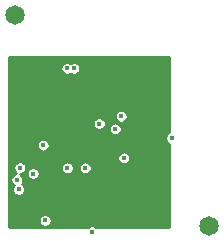
<source format=gbr>
G04 #@! TF.GenerationSoftware,KiCad,Pcbnew,(5.1.6)-1*
G04 #@! TF.CreationDate,2020-08-31T21:18:16+02:00*
G04 #@! TF.ProjectId,Freude_Microcontroller,46726575-6465-45f4-9d69-63726f636f6e,rev?*
G04 #@! TF.SameCoordinates,Original*
G04 #@! TF.FileFunction,Copper,L2,Inr*
G04 #@! TF.FilePolarity,Positive*
%FSLAX46Y46*%
G04 Gerber Fmt 4.6, Leading zero omitted, Abs format (unit mm)*
G04 Created by KiCad (PCBNEW (5.1.6)-1) date 2020-08-31 21:18:16*
%MOMM*%
%LPD*%
G01*
G04 APERTURE LIST*
G04 #@! TA.AperFunction,ViaPad*
%ADD10C,1.650000*%
G04 #@! TD*
G04 #@! TA.AperFunction,ViaPad*
%ADD11C,0.450000*%
G04 #@! TD*
G04 #@! TA.AperFunction,Conductor*
%ADD12C,0.254000*%
G04 #@! TD*
G04 APERTURE END LIST*
D10*
X193675000Y-69025000D03*
X210075000Y-86825000D03*
D11*
X199600000Y-81950000D03*
X200175000Y-87350000D03*
X198100000Y-81950000D03*
X196050000Y-80025000D03*
X200800000Y-78200000D03*
X206925000Y-79400000D03*
X198655000Y-73520000D03*
X198070000Y-73515000D03*
X196220000Y-86400000D03*
X202895000Y-81105000D03*
X202150000Y-78650000D03*
X202650000Y-77575000D03*
X194075004Y-81925000D03*
X195200000Y-82425000D03*
X193831361Y-82944696D03*
X193975000Y-83775000D03*
X198630000Y-75070000D03*
X193525000Y-80925000D03*
X206050000Y-79275000D03*
X195930000Y-75465000D03*
X195930000Y-76065000D03*
X201975000Y-84975000D03*
X200675000Y-75075000D03*
X198625000Y-75750000D03*
X200675000Y-75750000D03*
X193325001Y-82449999D03*
D12*
G36*
X206698216Y-72576770D02*
G01*
X206708993Y-78891993D01*
X206663530Y-78910824D01*
X206573120Y-78971234D01*
X206496234Y-79048120D01*
X206435824Y-79138530D01*
X206394213Y-79238988D01*
X206373000Y-79345633D01*
X206373000Y-79454367D01*
X206394213Y-79561012D01*
X206435824Y-79661470D01*
X206496234Y-79751880D01*
X206573120Y-79828766D01*
X206663530Y-79889176D01*
X206710728Y-79908726D01*
X206722783Y-86973000D01*
X200578646Y-86973000D01*
X200526880Y-86921234D01*
X200436470Y-86860824D01*
X200336012Y-86819213D01*
X200229367Y-86798000D01*
X200120633Y-86798000D01*
X200013988Y-86819213D01*
X199913530Y-86860824D01*
X199823120Y-86921234D01*
X199771354Y-86973000D01*
X193152433Y-86973000D01*
X193154570Y-86345633D01*
X195668000Y-86345633D01*
X195668000Y-86454367D01*
X195689213Y-86561012D01*
X195730824Y-86661470D01*
X195791234Y-86751880D01*
X195868120Y-86828766D01*
X195958530Y-86889176D01*
X196058988Y-86930787D01*
X196165633Y-86952000D01*
X196274367Y-86952000D01*
X196381012Y-86930787D01*
X196481470Y-86889176D01*
X196571880Y-86828766D01*
X196648766Y-86751880D01*
X196709176Y-86661470D01*
X196750787Y-86561012D01*
X196772000Y-86454367D01*
X196772000Y-86345633D01*
X196750787Y-86238988D01*
X196709176Y-86138530D01*
X196648766Y-86048120D01*
X196571880Y-85971234D01*
X196481470Y-85910824D01*
X196381012Y-85869213D01*
X196274367Y-85848000D01*
X196165633Y-85848000D01*
X196058988Y-85869213D01*
X195958530Y-85910824D01*
X195868120Y-85971234D01*
X195791234Y-86048120D01*
X195730824Y-86138530D01*
X195689213Y-86238988D01*
X195668000Y-86345633D01*
X193154570Y-86345633D01*
X193166343Y-82890329D01*
X193279361Y-82890329D01*
X193279361Y-82999063D01*
X193300574Y-83105708D01*
X193342185Y-83206166D01*
X193402595Y-83296576D01*
X193479481Y-83373462D01*
X193549264Y-83420090D01*
X193546234Y-83423120D01*
X193485824Y-83513530D01*
X193444213Y-83613988D01*
X193423000Y-83720633D01*
X193423000Y-83829367D01*
X193444213Y-83936012D01*
X193485824Y-84036470D01*
X193546234Y-84126880D01*
X193623120Y-84203766D01*
X193713530Y-84264176D01*
X193813988Y-84305787D01*
X193920633Y-84327000D01*
X194029367Y-84327000D01*
X194136012Y-84305787D01*
X194236470Y-84264176D01*
X194326880Y-84203766D01*
X194403766Y-84126880D01*
X194464176Y-84036470D01*
X194505787Y-83936012D01*
X194527000Y-83829367D01*
X194527000Y-83720633D01*
X194505787Y-83613988D01*
X194464176Y-83513530D01*
X194403766Y-83423120D01*
X194326880Y-83346234D01*
X194257097Y-83299606D01*
X194260127Y-83296576D01*
X194320537Y-83206166D01*
X194362148Y-83105708D01*
X194383361Y-82999063D01*
X194383361Y-82890329D01*
X194362148Y-82783684D01*
X194320537Y-82683226D01*
X194260127Y-82592816D01*
X194183241Y-82515930D01*
X194124978Y-82477000D01*
X194129371Y-82477000D01*
X194236016Y-82455787D01*
X194336474Y-82414176D01*
X194401640Y-82370633D01*
X194648000Y-82370633D01*
X194648000Y-82479367D01*
X194669213Y-82586012D01*
X194710824Y-82686470D01*
X194771234Y-82776880D01*
X194848120Y-82853766D01*
X194938530Y-82914176D01*
X195038988Y-82955787D01*
X195145633Y-82977000D01*
X195254367Y-82977000D01*
X195361012Y-82955787D01*
X195461470Y-82914176D01*
X195551880Y-82853766D01*
X195628766Y-82776880D01*
X195689176Y-82686470D01*
X195730787Y-82586012D01*
X195752000Y-82479367D01*
X195752000Y-82370633D01*
X195730787Y-82263988D01*
X195689176Y-82163530D01*
X195628766Y-82073120D01*
X195551880Y-81996234D01*
X195461470Y-81935824D01*
X195364441Y-81895633D01*
X197548000Y-81895633D01*
X197548000Y-82004367D01*
X197569213Y-82111012D01*
X197610824Y-82211470D01*
X197671234Y-82301880D01*
X197748120Y-82378766D01*
X197838530Y-82439176D01*
X197938988Y-82480787D01*
X198045633Y-82502000D01*
X198154367Y-82502000D01*
X198261012Y-82480787D01*
X198361470Y-82439176D01*
X198451880Y-82378766D01*
X198528766Y-82301880D01*
X198589176Y-82211470D01*
X198630787Y-82111012D01*
X198652000Y-82004367D01*
X198652000Y-81895633D01*
X199048000Y-81895633D01*
X199048000Y-82004367D01*
X199069213Y-82111012D01*
X199110824Y-82211470D01*
X199171234Y-82301880D01*
X199248120Y-82378766D01*
X199338530Y-82439176D01*
X199438988Y-82480787D01*
X199545633Y-82502000D01*
X199654367Y-82502000D01*
X199761012Y-82480787D01*
X199861470Y-82439176D01*
X199951880Y-82378766D01*
X200028766Y-82301880D01*
X200089176Y-82211470D01*
X200130787Y-82111012D01*
X200152000Y-82004367D01*
X200152000Y-81895633D01*
X200130787Y-81788988D01*
X200089176Y-81688530D01*
X200028766Y-81598120D01*
X199951880Y-81521234D01*
X199861470Y-81460824D01*
X199761012Y-81419213D01*
X199654367Y-81398000D01*
X199545633Y-81398000D01*
X199438988Y-81419213D01*
X199338530Y-81460824D01*
X199248120Y-81521234D01*
X199171234Y-81598120D01*
X199110824Y-81688530D01*
X199069213Y-81788988D01*
X199048000Y-81895633D01*
X198652000Y-81895633D01*
X198630787Y-81788988D01*
X198589176Y-81688530D01*
X198528766Y-81598120D01*
X198451880Y-81521234D01*
X198361470Y-81460824D01*
X198261012Y-81419213D01*
X198154367Y-81398000D01*
X198045633Y-81398000D01*
X197938988Y-81419213D01*
X197838530Y-81460824D01*
X197748120Y-81521234D01*
X197671234Y-81598120D01*
X197610824Y-81688530D01*
X197569213Y-81788988D01*
X197548000Y-81895633D01*
X195364441Y-81895633D01*
X195361012Y-81894213D01*
X195254367Y-81873000D01*
X195145633Y-81873000D01*
X195038988Y-81894213D01*
X194938530Y-81935824D01*
X194848120Y-81996234D01*
X194771234Y-82073120D01*
X194710824Y-82163530D01*
X194669213Y-82263988D01*
X194648000Y-82370633D01*
X194401640Y-82370633D01*
X194426884Y-82353766D01*
X194503770Y-82276880D01*
X194564180Y-82186470D01*
X194605791Y-82086012D01*
X194627004Y-81979367D01*
X194627004Y-81870633D01*
X194605791Y-81763988D01*
X194564180Y-81663530D01*
X194503770Y-81573120D01*
X194426884Y-81496234D01*
X194336474Y-81435824D01*
X194236016Y-81394213D01*
X194129371Y-81373000D01*
X194020637Y-81373000D01*
X193913992Y-81394213D01*
X193813534Y-81435824D01*
X193723124Y-81496234D01*
X193646238Y-81573120D01*
X193585828Y-81663530D01*
X193544217Y-81763988D01*
X193523004Y-81870633D01*
X193523004Y-81979367D01*
X193544217Y-82086012D01*
X193585828Y-82186470D01*
X193646238Y-82276880D01*
X193723124Y-82353766D01*
X193781387Y-82392696D01*
X193776994Y-82392696D01*
X193670349Y-82413909D01*
X193569891Y-82455520D01*
X193479481Y-82515930D01*
X193402595Y-82592816D01*
X193342185Y-82683226D01*
X193300574Y-82783684D01*
X193279361Y-82890329D01*
X193166343Y-82890329D01*
X193172610Y-81050633D01*
X202343000Y-81050633D01*
X202343000Y-81159367D01*
X202364213Y-81266012D01*
X202405824Y-81366470D01*
X202466234Y-81456880D01*
X202543120Y-81533766D01*
X202633530Y-81594176D01*
X202733988Y-81635787D01*
X202840633Y-81657000D01*
X202949367Y-81657000D01*
X203056012Y-81635787D01*
X203156470Y-81594176D01*
X203246880Y-81533766D01*
X203323766Y-81456880D01*
X203384176Y-81366470D01*
X203425787Y-81266012D01*
X203447000Y-81159367D01*
X203447000Y-81050633D01*
X203425787Y-80943988D01*
X203384176Y-80843530D01*
X203323766Y-80753120D01*
X203246880Y-80676234D01*
X203156470Y-80615824D01*
X203056012Y-80574213D01*
X202949367Y-80553000D01*
X202840633Y-80553000D01*
X202733988Y-80574213D01*
X202633530Y-80615824D01*
X202543120Y-80676234D01*
X202466234Y-80753120D01*
X202405824Y-80843530D01*
X202364213Y-80943988D01*
X202343000Y-81050633D01*
X193172610Y-81050633D01*
X193176290Y-79970633D01*
X195498000Y-79970633D01*
X195498000Y-80079367D01*
X195519213Y-80186012D01*
X195560824Y-80286470D01*
X195621234Y-80376880D01*
X195698120Y-80453766D01*
X195788530Y-80514176D01*
X195888988Y-80555787D01*
X195995633Y-80577000D01*
X196104367Y-80577000D01*
X196211012Y-80555787D01*
X196311470Y-80514176D01*
X196401880Y-80453766D01*
X196478766Y-80376880D01*
X196539176Y-80286470D01*
X196580787Y-80186012D01*
X196602000Y-80079367D01*
X196602000Y-79970633D01*
X196580787Y-79863988D01*
X196539176Y-79763530D01*
X196478766Y-79673120D01*
X196401880Y-79596234D01*
X196311470Y-79535824D01*
X196211012Y-79494213D01*
X196104367Y-79473000D01*
X195995633Y-79473000D01*
X195888988Y-79494213D01*
X195788530Y-79535824D01*
X195698120Y-79596234D01*
X195621234Y-79673120D01*
X195560824Y-79763530D01*
X195519213Y-79863988D01*
X195498000Y-79970633D01*
X193176290Y-79970633D01*
X193182508Y-78145633D01*
X200248000Y-78145633D01*
X200248000Y-78254367D01*
X200269213Y-78361012D01*
X200310824Y-78461470D01*
X200371234Y-78551880D01*
X200448120Y-78628766D01*
X200538530Y-78689176D01*
X200638988Y-78730787D01*
X200745633Y-78752000D01*
X200854367Y-78752000D01*
X200961012Y-78730787D01*
X201061470Y-78689176D01*
X201151880Y-78628766D01*
X201185013Y-78595633D01*
X201598000Y-78595633D01*
X201598000Y-78704367D01*
X201619213Y-78811012D01*
X201660824Y-78911470D01*
X201721234Y-79001880D01*
X201798120Y-79078766D01*
X201888530Y-79139176D01*
X201988988Y-79180787D01*
X202095633Y-79202000D01*
X202204367Y-79202000D01*
X202311012Y-79180787D01*
X202411470Y-79139176D01*
X202501880Y-79078766D01*
X202578766Y-79001880D01*
X202639176Y-78911470D01*
X202680787Y-78811012D01*
X202702000Y-78704367D01*
X202702000Y-78595633D01*
X202680787Y-78488988D01*
X202639176Y-78388530D01*
X202578766Y-78298120D01*
X202501880Y-78221234D01*
X202411470Y-78160824D01*
X202311012Y-78119213D01*
X202204367Y-78098000D01*
X202095633Y-78098000D01*
X201988988Y-78119213D01*
X201888530Y-78160824D01*
X201798120Y-78221234D01*
X201721234Y-78298120D01*
X201660824Y-78388530D01*
X201619213Y-78488988D01*
X201598000Y-78595633D01*
X201185013Y-78595633D01*
X201228766Y-78551880D01*
X201289176Y-78461470D01*
X201330787Y-78361012D01*
X201352000Y-78254367D01*
X201352000Y-78145633D01*
X201330787Y-78038988D01*
X201289176Y-77938530D01*
X201228766Y-77848120D01*
X201151880Y-77771234D01*
X201061470Y-77710824D01*
X200961012Y-77669213D01*
X200854367Y-77648000D01*
X200745633Y-77648000D01*
X200638988Y-77669213D01*
X200538530Y-77710824D01*
X200448120Y-77771234D01*
X200371234Y-77848120D01*
X200310824Y-77938530D01*
X200269213Y-78038988D01*
X200248000Y-78145633D01*
X193182508Y-78145633D01*
X193184637Y-77520633D01*
X202098000Y-77520633D01*
X202098000Y-77629367D01*
X202119213Y-77736012D01*
X202160824Y-77836470D01*
X202221234Y-77926880D01*
X202298120Y-78003766D01*
X202388530Y-78064176D01*
X202488988Y-78105787D01*
X202595633Y-78127000D01*
X202704367Y-78127000D01*
X202811012Y-78105787D01*
X202911470Y-78064176D01*
X203001880Y-78003766D01*
X203078766Y-77926880D01*
X203139176Y-77836470D01*
X203180787Y-77736012D01*
X203202000Y-77629367D01*
X203202000Y-77520633D01*
X203180787Y-77413988D01*
X203139176Y-77313530D01*
X203078766Y-77223120D01*
X203001880Y-77146234D01*
X202911470Y-77085824D01*
X202811012Y-77044213D01*
X202704367Y-77023000D01*
X202595633Y-77023000D01*
X202488988Y-77044213D01*
X202388530Y-77085824D01*
X202298120Y-77146234D01*
X202221234Y-77223120D01*
X202160824Y-77313530D01*
X202119213Y-77413988D01*
X202098000Y-77520633D01*
X193184637Y-77520633D01*
X193198471Y-73460633D01*
X197518000Y-73460633D01*
X197518000Y-73569367D01*
X197539213Y-73676012D01*
X197580824Y-73776470D01*
X197641234Y-73866880D01*
X197718120Y-73943766D01*
X197808530Y-74004176D01*
X197908988Y-74045787D01*
X198015633Y-74067000D01*
X198124367Y-74067000D01*
X198231012Y-74045787D01*
X198331470Y-74004176D01*
X198358758Y-73985942D01*
X198393530Y-74009176D01*
X198493988Y-74050787D01*
X198600633Y-74072000D01*
X198709367Y-74072000D01*
X198816012Y-74050787D01*
X198916470Y-74009176D01*
X199006880Y-73948766D01*
X199083766Y-73871880D01*
X199144176Y-73781470D01*
X199185787Y-73681012D01*
X199207000Y-73574367D01*
X199207000Y-73465633D01*
X199185787Y-73358988D01*
X199144176Y-73258530D01*
X199083766Y-73168120D01*
X199006880Y-73091234D01*
X198916470Y-73030824D01*
X198816012Y-72989213D01*
X198709367Y-72968000D01*
X198600633Y-72968000D01*
X198493988Y-72989213D01*
X198393530Y-73030824D01*
X198366242Y-73049058D01*
X198331470Y-73025824D01*
X198231012Y-72984213D01*
X198124367Y-72963000D01*
X198015633Y-72963000D01*
X197908988Y-72984213D01*
X197808530Y-73025824D01*
X197718120Y-73086234D01*
X197641234Y-73163120D01*
X197580824Y-73253530D01*
X197539213Y-73353988D01*
X197518000Y-73460633D01*
X193198471Y-73460633D01*
X193201567Y-72552231D01*
X206698216Y-72576770D01*
G37*
X206698216Y-72576770D02*
X206708993Y-78891993D01*
X206663530Y-78910824D01*
X206573120Y-78971234D01*
X206496234Y-79048120D01*
X206435824Y-79138530D01*
X206394213Y-79238988D01*
X206373000Y-79345633D01*
X206373000Y-79454367D01*
X206394213Y-79561012D01*
X206435824Y-79661470D01*
X206496234Y-79751880D01*
X206573120Y-79828766D01*
X206663530Y-79889176D01*
X206710728Y-79908726D01*
X206722783Y-86973000D01*
X200578646Y-86973000D01*
X200526880Y-86921234D01*
X200436470Y-86860824D01*
X200336012Y-86819213D01*
X200229367Y-86798000D01*
X200120633Y-86798000D01*
X200013988Y-86819213D01*
X199913530Y-86860824D01*
X199823120Y-86921234D01*
X199771354Y-86973000D01*
X193152433Y-86973000D01*
X193154570Y-86345633D01*
X195668000Y-86345633D01*
X195668000Y-86454367D01*
X195689213Y-86561012D01*
X195730824Y-86661470D01*
X195791234Y-86751880D01*
X195868120Y-86828766D01*
X195958530Y-86889176D01*
X196058988Y-86930787D01*
X196165633Y-86952000D01*
X196274367Y-86952000D01*
X196381012Y-86930787D01*
X196481470Y-86889176D01*
X196571880Y-86828766D01*
X196648766Y-86751880D01*
X196709176Y-86661470D01*
X196750787Y-86561012D01*
X196772000Y-86454367D01*
X196772000Y-86345633D01*
X196750787Y-86238988D01*
X196709176Y-86138530D01*
X196648766Y-86048120D01*
X196571880Y-85971234D01*
X196481470Y-85910824D01*
X196381012Y-85869213D01*
X196274367Y-85848000D01*
X196165633Y-85848000D01*
X196058988Y-85869213D01*
X195958530Y-85910824D01*
X195868120Y-85971234D01*
X195791234Y-86048120D01*
X195730824Y-86138530D01*
X195689213Y-86238988D01*
X195668000Y-86345633D01*
X193154570Y-86345633D01*
X193166343Y-82890329D01*
X193279361Y-82890329D01*
X193279361Y-82999063D01*
X193300574Y-83105708D01*
X193342185Y-83206166D01*
X193402595Y-83296576D01*
X193479481Y-83373462D01*
X193549264Y-83420090D01*
X193546234Y-83423120D01*
X193485824Y-83513530D01*
X193444213Y-83613988D01*
X193423000Y-83720633D01*
X193423000Y-83829367D01*
X193444213Y-83936012D01*
X193485824Y-84036470D01*
X193546234Y-84126880D01*
X193623120Y-84203766D01*
X193713530Y-84264176D01*
X193813988Y-84305787D01*
X193920633Y-84327000D01*
X194029367Y-84327000D01*
X194136012Y-84305787D01*
X194236470Y-84264176D01*
X194326880Y-84203766D01*
X194403766Y-84126880D01*
X194464176Y-84036470D01*
X194505787Y-83936012D01*
X194527000Y-83829367D01*
X194527000Y-83720633D01*
X194505787Y-83613988D01*
X194464176Y-83513530D01*
X194403766Y-83423120D01*
X194326880Y-83346234D01*
X194257097Y-83299606D01*
X194260127Y-83296576D01*
X194320537Y-83206166D01*
X194362148Y-83105708D01*
X194383361Y-82999063D01*
X194383361Y-82890329D01*
X194362148Y-82783684D01*
X194320537Y-82683226D01*
X194260127Y-82592816D01*
X194183241Y-82515930D01*
X194124978Y-82477000D01*
X194129371Y-82477000D01*
X194236016Y-82455787D01*
X194336474Y-82414176D01*
X194401640Y-82370633D01*
X194648000Y-82370633D01*
X194648000Y-82479367D01*
X194669213Y-82586012D01*
X194710824Y-82686470D01*
X194771234Y-82776880D01*
X194848120Y-82853766D01*
X194938530Y-82914176D01*
X195038988Y-82955787D01*
X195145633Y-82977000D01*
X195254367Y-82977000D01*
X195361012Y-82955787D01*
X195461470Y-82914176D01*
X195551880Y-82853766D01*
X195628766Y-82776880D01*
X195689176Y-82686470D01*
X195730787Y-82586012D01*
X195752000Y-82479367D01*
X195752000Y-82370633D01*
X195730787Y-82263988D01*
X195689176Y-82163530D01*
X195628766Y-82073120D01*
X195551880Y-81996234D01*
X195461470Y-81935824D01*
X195364441Y-81895633D01*
X197548000Y-81895633D01*
X197548000Y-82004367D01*
X197569213Y-82111012D01*
X197610824Y-82211470D01*
X197671234Y-82301880D01*
X197748120Y-82378766D01*
X197838530Y-82439176D01*
X197938988Y-82480787D01*
X198045633Y-82502000D01*
X198154367Y-82502000D01*
X198261012Y-82480787D01*
X198361470Y-82439176D01*
X198451880Y-82378766D01*
X198528766Y-82301880D01*
X198589176Y-82211470D01*
X198630787Y-82111012D01*
X198652000Y-82004367D01*
X198652000Y-81895633D01*
X199048000Y-81895633D01*
X199048000Y-82004367D01*
X199069213Y-82111012D01*
X199110824Y-82211470D01*
X199171234Y-82301880D01*
X199248120Y-82378766D01*
X199338530Y-82439176D01*
X199438988Y-82480787D01*
X199545633Y-82502000D01*
X199654367Y-82502000D01*
X199761012Y-82480787D01*
X199861470Y-82439176D01*
X199951880Y-82378766D01*
X200028766Y-82301880D01*
X200089176Y-82211470D01*
X200130787Y-82111012D01*
X200152000Y-82004367D01*
X200152000Y-81895633D01*
X200130787Y-81788988D01*
X200089176Y-81688530D01*
X200028766Y-81598120D01*
X199951880Y-81521234D01*
X199861470Y-81460824D01*
X199761012Y-81419213D01*
X199654367Y-81398000D01*
X199545633Y-81398000D01*
X199438988Y-81419213D01*
X199338530Y-81460824D01*
X199248120Y-81521234D01*
X199171234Y-81598120D01*
X199110824Y-81688530D01*
X199069213Y-81788988D01*
X199048000Y-81895633D01*
X198652000Y-81895633D01*
X198630787Y-81788988D01*
X198589176Y-81688530D01*
X198528766Y-81598120D01*
X198451880Y-81521234D01*
X198361470Y-81460824D01*
X198261012Y-81419213D01*
X198154367Y-81398000D01*
X198045633Y-81398000D01*
X197938988Y-81419213D01*
X197838530Y-81460824D01*
X197748120Y-81521234D01*
X197671234Y-81598120D01*
X197610824Y-81688530D01*
X197569213Y-81788988D01*
X197548000Y-81895633D01*
X195364441Y-81895633D01*
X195361012Y-81894213D01*
X195254367Y-81873000D01*
X195145633Y-81873000D01*
X195038988Y-81894213D01*
X194938530Y-81935824D01*
X194848120Y-81996234D01*
X194771234Y-82073120D01*
X194710824Y-82163530D01*
X194669213Y-82263988D01*
X194648000Y-82370633D01*
X194401640Y-82370633D01*
X194426884Y-82353766D01*
X194503770Y-82276880D01*
X194564180Y-82186470D01*
X194605791Y-82086012D01*
X194627004Y-81979367D01*
X194627004Y-81870633D01*
X194605791Y-81763988D01*
X194564180Y-81663530D01*
X194503770Y-81573120D01*
X194426884Y-81496234D01*
X194336474Y-81435824D01*
X194236016Y-81394213D01*
X194129371Y-81373000D01*
X194020637Y-81373000D01*
X193913992Y-81394213D01*
X193813534Y-81435824D01*
X193723124Y-81496234D01*
X193646238Y-81573120D01*
X193585828Y-81663530D01*
X193544217Y-81763988D01*
X193523004Y-81870633D01*
X193523004Y-81979367D01*
X193544217Y-82086012D01*
X193585828Y-82186470D01*
X193646238Y-82276880D01*
X193723124Y-82353766D01*
X193781387Y-82392696D01*
X193776994Y-82392696D01*
X193670349Y-82413909D01*
X193569891Y-82455520D01*
X193479481Y-82515930D01*
X193402595Y-82592816D01*
X193342185Y-82683226D01*
X193300574Y-82783684D01*
X193279361Y-82890329D01*
X193166343Y-82890329D01*
X193172610Y-81050633D01*
X202343000Y-81050633D01*
X202343000Y-81159367D01*
X202364213Y-81266012D01*
X202405824Y-81366470D01*
X202466234Y-81456880D01*
X202543120Y-81533766D01*
X202633530Y-81594176D01*
X202733988Y-81635787D01*
X202840633Y-81657000D01*
X202949367Y-81657000D01*
X203056012Y-81635787D01*
X203156470Y-81594176D01*
X203246880Y-81533766D01*
X203323766Y-81456880D01*
X203384176Y-81366470D01*
X203425787Y-81266012D01*
X203447000Y-81159367D01*
X203447000Y-81050633D01*
X203425787Y-80943988D01*
X203384176Y-80843530D01*
X203323766Y-80753120D01*
X203246880Y-80676234D01*
X203156470Y-80615824D01*
X203056012Y-80574213D01*
X202949367Y-80553000D01*
X202840633Y-80553000D01*
X202733988Y-80574213D01*
X202633530Y-80615824D01*
X202543120Y-80676234D01*
X202466234Y-80753120D01*
X202405824Y-80843530D01*
X202364213Y-80943988D01*
X202343000Y-81050633D01*
X193172610Y-81050633D01*
X193176290Y-79970633D01*
X195498000Y-79970633D01*
X195498000Y-80079367D01*
X195519213Y-80186012D01*
X195560824Y-80286470D01*
X195621234Y-80376880D01*
X195698120Y-80453766D01*
X195788530Y-80514176D01*
X195888988Y-80555787D01*
X195995633Y-80577000D01*
X196104367Y-80577000D01*
X196211012Y-80555787D01*
X196311470Y-80514176D01*
X196401880Y-80453766D01*
X196478766Y-80376880D01*
X196539176Y-80286470D01*
X196580787Y-80186012D01*
X196602000Y-80079367D01*
X196602000Y-79970633D01*
X196580787Y-79863988D01*
X196539176Y-79763530D01*
X196478766Y-79673120D01*
X196401880Y-79596234D01*
X196311470Y-79535824D01*
X196211012Y-79494213D01*
X196104367Y-79473000D01*
X195995633Y-79473000D01*
X195888988Y-79494213D01*
X195788530Y-79535824D01*
X195698120Y-79596234D01*
X195621234Y-79673120D01*
X195560824Y-79763530D01*
X195519213Y-79863988D01*
X195498000Y-79970633D01*
X193176290Y-79970633D01*
X193182508Y-78145633D01*
X200248000Y-78145633D01*
X200248000Y-78254367D01*
X200269213Y-78361012D01*
X200310824Y-78461470D01*
X200371234Y-78551880D01*
X200448120Y-78628766D01*
X200538530Y-78689176D01*
X200638988Y-78730787D01*
X200745633Y-78752000D01*
X200854367Y-78752000D01*
X200961012Y-78730787D01*
X201061470Y-78689176D01*
X201151880Y-78628766D01*
X201185013Y-78595633D01*
X201598000Y-78595633D01*
X201598000Y-78704367D01*
X201619213Y-78811012D01*
X201660824Y-78911470D01*
X201721234Y-79001880D01*
X201798120Y-79078766D01*
X201888530Y-79139176D01*
X201988988Y-79180787D01*
X202095633Y-79202000D01*
X202204367Y-79202000D01*
X202311012Y-79180787D01*
X202411470Y-79139176D01*
X202501880Y-79078766D01*
X202578766Y-79001880D01*
X202639176Y-78911470D01*
X202680787Y-78811012D01*
X202702000Y-78704367D01*
X202702000Y-78595633D01*
X202680787Y-78488988D01*
X202639176Y-78388530D01*
X202578766Y-78298120D01*
X202501880Y-78221234D01*
X202411470Y-78160824D01*
X202311012Y-78119213D01*
X202204367Y-78098000D01*
X202095633Y-78098000D01*
X201988988Y-78119213D01*
X201888530Y-78160824D01*
X201798120Y-78221234D01*
X201721234Y-78298120D01*
X201660824Y-78388530D01*
X201619213Y-78488988D01*
X201598000Y-78595633D01*
X201185013Y-78595633D01*
X201228766Y-78551880D01*
X201289176Y-78461470D01*
X201330787Y-78361012D01*
X201352000Y-78254367D01*
X201352000Y-78145633D01*
X201330787Y-78038988D01*
X201289176Y-77938530D01*
X201228766Y-77848120D01*
X201151880Y-77771234D01*
X201061470Y-77710824D01*
X200961012Y-77669213D01*
X200854367Y-77648000D01*
X200745633Y-77648000D01*
X200638988Y-77669213D01*
X200538530Y-77710824D01*
X200448120Y-77771234D01*
X200371234Y-77848120D01*
X200310824Y-77938530D01*
X200269213Y-78038988D01*
X200248000Y-78145633D01*
X193182508Y-78145633D01*
X193184637Y-77520633D01*
X202098000Y-77520633D01*
X202098000Y-77629367D01*
X202119213Y-77736012D01*
X202160824Y-77836470D01*
X202221234Y-77926880D01*
X202298120Y-78003766D01*
X202388530Y-78064176D01*
X202488988Y-78105787D01*
X202595633Y-78127000D01*
X202704367Y-78127000D01*
X202811012Y-78105787D01*
X202911470Y-78064176D01*
X203001880Y-78003766D01*
X203078766Y-77926880D01*
X203139176Y-77836470D01*
X203180787Y-77736012D01*
X203202000Y-77629367D01*
X203202000Y-77520633D01*
X203180787Y-77413988D01*
X203139176Y-77313530D01*
X203078766Y-77223120D01*
X203001880Y-77146234D01*
X202911470Y-77085824D01*
X202811012Y-77044213D01*
X202704367Y-77023000D01*
X202595633Y-77023000D01*
X202488988Y-77044213D01*
X202388530Y-77085824D01*
X202298120Y-77146234D01*
X202221234Y-77223120D01*
X202160824Y-77313530D01*
X202119213Y-77413988D01*
X202098000Y-77520633D01*
X193184637Y-77520633D01*
X193198471Y-73460633D01*
X197518000Y-73460633D01*
X197518000Y-73569367D01*
X197539213Y-73676012D01*
X197580824Y-73776470D01*
X197641234Y-73866880D01*
X197718120Y-73943766D01*
X197808530Y-74004176D01*
X197908988Y-74045787D01*
X198015633Y-74067000D01*
X198124367Y-74067000D01*
X198231012Y-74045787D01*
X198331470Y-74004176D01*
X198358758Y-73985942D01*
X198393530Y-74009176D01*
X198493988Y-74050787D01*
X198600633Y-74072000D01*
X198709367Y-74072000D01*
X198816012Y-74050787D01*
X198916470Y-74009176D01*
X199006880Y-73948766D01*
X199083766Y-73871880D01*
X199144176Y-73781470D01*
X199185787Y-73681012D01*
X199207000Y-73574367D01*
X199207000Y-73465633D01*
X199185787Y-73358988D01*
X199144176Y-73258530D01*
X199083766Y-73168120D01*
X199006880Y-73091234D01*
X198916470Y-73030824D01*
X198816012Y-72989213D01*
X198709367Y-72968000D01*
X198600633Y-72968000D01*
X198493988Y-72989213D01*
X198393530Y-73030824D01*
X198366242Y-73049058D01*
X198331470Y-73025824D01*
X198231012Y-72984213D01*
X198124367Y-72963000D01*
X198015633Y-72963000D01*
X197908988Y-72984213D01*
X197808530Y-73025824D01*
X197718120Y-73086234D01*
X197641234Y-73163120D01*
X197580824Y-73253530D01*
X197539213Y-73353988D01*
X197518000Y-73460633D01*
X193198471Y-73460633D01*
X193201567Y-72552231D01*
X206698216Y-72576770D01*
M02*

</source>
